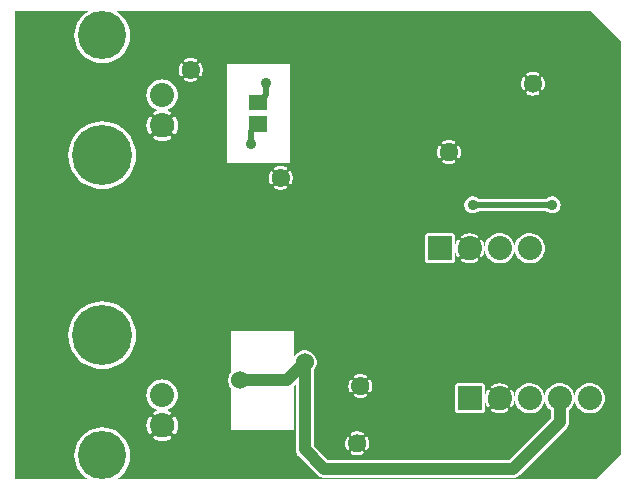
<source format=gbr>
G04 start of page 3 for group 1 idx 1 *
G04 Title: (unknown), bottom *
G04 Creator: pcb 20140316 *
G04 CreationDate: Wed 25 Mar 2015 11:47:28 AM GMT UTC *
G04 For: fosse *
G04 Format: Gerber/RS-274X *
G04 PCB-Dimensions (mil): 2170.00 1700.00 *
G04 PCB-Coordinate-Origin: lower left *
%MOIN*%
%FSLAX25Y25*%
%LNBOTTOM*%
%ADD36C,0.0320*%
%ADD35C,0.0790*%
%ADD34C,0.0350*%
%ADD33C,0.0600*%
%ADD32C,0.0360*%
%ADD31R,0.0512X0.0512*%
%ADD30C,0.1600*%
%ADD29C,0.2000*%
%ADD28C,0.0800*%
%ADD27C,0.0200*%
%ADD26C,0.0400*%
%ADD25C,0.0001*%
G54D25*G36*
X171246Y31361D02*X171464Y31736D01*
X171657Y32165D01*
X171808Y32609D01*
X171918Y33066D01*
X171983Y33531D01*
X171998Y33833D01*
X172046Y33215D01*
X172230Y32450D01*
X172531Y31723D01*
X172942Y31052D01*
X173454Y30454D01*
X174052Y29942D01*
X174723Y29531D01*
X175450Y29230D01*
X176215Y29046D01*
X177000Y28985D01*
X177785Y29046D01*
X178550Y29230D01*
X179277Y29531D01*
X179948Y29942D01*
X180546Y30454D01*
X181058Y31052D01*
X181469Y31723D01*
X181770Y32450D01*
X181954Y33215D01*
X181993Y33888D01*
X182046Y33215D01*
X182230Y32450D01*
X182531Y31723D01*
X182942Y31052D01*
X183454Y30454D01*
X184000Y29987D01*
Y27243D01*
X171246Y14488D01*
Y31361D01*
G37*
G36*
X181367Y163000D02*X197500D01*
X207500Y153000D01*
Y15500D01*
X199000Y7000D01*
X181367D01*
Y16124D01*
X189038Y23796D01*
X189128Y23872D01*
X189434Y24231D01*
X189435Y24231D01*
X189681Y24634D01*
X189862Y25070D01*
X189972Y25529D01*
X190009Y26000D01*
X190000Y26118D01*
Y29987D01*
X190546Y30454D01*
X191058Y31052D01*
X191469Y31723D01*
X191770Y32450D01*
X191954Y33215D01*
X191993Y33888D01*
X192046Y33215D01*
X192230Y32450D01*
X192531Y31723D01*
X192942Y31052D01*
X193454Y30454D01*
X194052Y29942D01*
X194723Y29531D01*
X195450Y29230D01*
X196215Y29046D01*
X197000Y28985D01*
X197785Y29046D01*
X198550Y29230D01*
X199277Y29531D01*
X199948Y29942D01*
X200546Y30454D01*
X201058Y31052D01*
X201469Y31723D01*
X201770Y32450D01*
X201954Y33215D01*
X202000Y34000D01*
X201954Y34785D01*
X201770Y35550D01*
X201469Y36277D01*
X201058Y36948D01*
X200546Y37546D01*
X199948Y38058D01*
X199277Y38469D01*
X198550Y38770D01*
X197785Y38954D01*
X197000Y39015D01*
X196215Y38954D01*
X195450Y38770D01*
X194723Y38469D01*
X194052Y38058D01*
X193454Y37546D01*
X192942Y36948D01*
X192531Y36277D01*
X192230Y35550D01*
X192046Y34785D01*
X191993Y34112D01*
X191954Y34785D01*
X191770Y35550D01*
X191469Y36277D01*
X191058Y36948D01*
X190546Y37546D01*
X189948Y38058D01*
X189277Y38469D01*
X188550Y38770D01*
X187785Y38954D01*
X187000Y39015D01*
X186215Y38954D01*
X185450Y38770D01*
X184723Y38469D01*
X184052Y38058D01*
X183454Y37546D01*
X182942Y36948D01*
X182531Y36277D01*
X182230Y35550D01*
X182046Y34785D01*
X181993Y34112D01*
X181954Y34785D01*
X181770Y35550D01*
X181469Y36277D01*
X181367Y36443D01*
Y81557D01*
X181469Y81723D01*
X181770Y82450D01*
X181954Y83215D01*
X182000Y84000D01*
X181954Y84785D01*
X181770Y85550D01*
X181469Y86277D01*
X181367Y86443D01*
Y96500D01*
X182530D01*
X182849Y96228D01*
X183225Y95997D01*
X183632Y95829D01*
X184061Y95726D01*
X184500Y95691D01*
X184939Y95726D01*
X185368Y95829D01*
X185775Y95997D01*
X186151Y96228D01*
X186486Y96514D01*
X186772Y96849D01*
X187003Y97225D01*
X187171Y97632D01*
X187274Y98061D01*
X187300Y98500D01*
X187274Y98939D01*
X187171Y99368D01*
X187003Y99775D01*
X186772Y100151D01*
X186486Y100486D01*
X186151Y100772D01*
X185775Y101003D01*
X185368Y101171D01*
X184939Y101274D01*
X184500Y101309D01*
X184061Y101274D01*
X183632Y101171D01*
X183225Y101003D01*
X182849Y100772D01*
X182530Y100500D01*
X181367D01*
Y136786D01*
X181370Y136787D01*
X181438Y136826D01*
X181500Y136875D01*
X181552Y136934D01*
X181594Y137000D01*
X181757Y137325D01*
X181886Y137665D01*
X181984Y138015D01*
X182050Y138373D01*
X182083Y138735D01*
Y139099D01*
X182050Y139461D01*
X181984Y139819D01*
X181886Y140169D01*
X181757Y140509D01*
X181598Y140836D01*
X181555Y140902D01*
X181502Y140961D01*
X181440Y141011D01*
X181371Y141050D01*
X181367Y141052D01*
Y163000D01*
G37*
G36*
Y86443D02*X181058Y86948D01*
X180546Y87546D01*
X179948Y88058D01*
X179277Y88469D01*
X178550Y88770D01*
X178085Y88882D01*
Y96500D01*
X181367D01*
Y86443D01*
G37*
G36*
Y36443D02*X181058Y36948D01*
X180546Y37546D01*
X179948Y38058D01*
X179277Y38469D01*
X178550Y38770D01*
X178085Y38882D01*
Y79118D01*
X178550Y79230D01*
X179277Y79531D01*
X179948Y79942D01*
X180546Y80454D01*
X181058Y81052D01*
X181367Y81557D01*
Y36443D01*
G37*
G36*
Y7000D02*X178085D01*
Y12842D01*
X181367Y16124D01*
Y7000D01*
G37*
G36*
X178085Y163000D02*X181367D01*
Y141052D01*
X181297Y141078D01*
X181220Y141094D01*
X181141Y141098D01*
X181062Y141090D01*
X180986Y141069D01*
X180913Y141037D01*
X180847Y140994D01*
X180788Y140941D01*
X180739Y140879D01*
X180699Y140810D01*
X180671Y140736D01*
X180655Y140659D01*
X180651Y140580D01*
X180659Y140501D01*
X180680Y140424D01*
X180714Y140353D01*
X180836Y140110D01*
X180933Y139855D01*
X181006Y139593D01*
X181055Y139325D01*
X181080Y139053D01*
Y138781D01*
X181055Y138509D01*
X181006Y138241D01*
X180933Y137979D01*
X180836Y137724D01*
X180716Y137480D01*
X180683Y137408D01*
X180662Y137332D01*
X180654Y137254D01*
X180658Y137176D01*
X180674Y137099D01*
X180702Y137025D01*
X180741Y136957D01*
X180791Y136896D01*
X180849Y136843D01*
X180915Y136800D01*
X180987Y136768D01*
X181063Y136747D01*
X181141Y136739D01*
X181219Y136743D01*
X181296Y136759D01*
X181367Y136786D01*
Y100500D01*
X178085D01*
Y134917D01*
X178265D01*
X178627Y134950D01*
X178985Y135016D01*
X179335Y135114D01*
X179675Y135243D01*
X180002Y135402D01*
X180068Y135445D01*
X180127Y135498D01*
X180177Y135560D01*
X180216Y135629D01*
X180244Y135703D01*
X180261Y135780D01*
X180265Y135859D01*
X180256Y135938D01*
X180235Y136014D01*
X180203Y136087D01*
X180160Y136153D01*
X180107Y136212D01*
X180045Y136261D01*
X179976Y136301D01*
X179902Y136329D01*
X179825Y136345D01*
X179746Y136349D01*
X179667Y136341D01*
X179591Y136320D01*
X179519Y136287D01*
X179276Y136164D01*
X179021Y136067D01*
X178759Y135994D01*
X178491Y135945D01*
X178219Y135920D01*
X178085D01*
Y141914D01*
X178219D01*
X178491Y141889D01*
X178759Y141840D01*
X179021Y141767D01*
X179276Y141670D01*
X179521Y141550D01*
X179592Y141517D01*
X179668Y141496D01*
X179746Y141488D01*
X179824Y141492D01*
X179901Y141508D01*
X179975Y141536D01*
X180043Y141575D01*
X180104Y141624D01*
X180157Y141683D01*
X180200Y141749D01*
X180232Y141821D01*
X180253Y141897D01*
X180261Y141975D01*
X180257Y142053D01*
X180241Y142130D01*
X180213Y142204D01*
X180174Y142272D01*
X180125Y142333D01*
X180066Y142386D01*
X180000Y142428D01*
X179675Y142591D01*
X179335Y142720D01*
X178985Y142818D01*
X178627Y142884D01*
X178265Y142917D01*
X178085D01*
Y163000D01*
G37*
G36*
Y88882D02*X177785Y88954D01*
X177000Y89015D01*
X176215Y88954D01*
X175450Y88770D01*
X174723Y88469D01*
X174052Y88058D01*
X173454Y87546D01*
X172942Y86948D01*
X172531Y86277D01*
X172230Y85550D01*
X172046Y84785D01*
X171993Y84112D01*
X171954Y84785D01*
X171770Y85550D01*
X171469Y86277D01*
X171246Y86641D01*
Y96500D01*
X178085D01*
Y88882D01*
G37*
G36*
Y38882D02*X177785Y38954D01*
X177000Y39015D01*
X176215Y38954D01*
X175450Y38770D01*
X174723Y38469D01*
X174052Y38058D01*
X173454Y37546D01*
X172942Y36948D01*
X172531Y36277D01*
X172230Y35550D01*
X172046Y34785D01*
X171998Y34167D01*
X171983Y34469D01*
X171918Y34934D01*
X171808Y35391D01*
X171657Y35835D01*
X171464Y36264D01*
X171246Y36649D01*
Y81359D01*
X171469Y81723D01*
X171770Y82450D01*
X171954Y83215D01*
X171993Y83888D01*
X172046Y83215D01*
X172230Y82450D01*
X172531Y81723D01*
X172942Y81052D01*
X173454Y80454D01*
X174052Y79942D01*
X174723Y79531D01*
X175450Y79230D01*
X176215Y79046D01*
X177000Y78985D01*
X177785Y79046D01*
X178085Y79118D01*
Y38882D01*
G37*
G36*
Y7000D02*X171246D01*
Y7500D01*
X171382D01*
X171500Y7491D01*
X171971Y7528D01*
X171971Y7528D01*
X172430Y7638D01*
X172866Y7819D01*
X173269Y8065D01*
X173628Y8372D01*
X173704Y8462D01*
X178085Y12842D01*
Y7000D01*
G37*
G36*
X174799Y163000D02*X178085D01*
Y142917D01*
X177901D01*
X177539Y142884D01*
X177181Y142818D01*
X176831Y142720D01*
X176491Y142591D01*
X176164Y142432D01*
X176098Y142389D01*
X176039Y142336D01*
X175990Y142274D01*
X175950Y142205D01*
X175922Y142131D01*
X175906Y142054D01*
X175902Y141975D01*
X175910Y141896D01*
X175931Y141820D01*
X175963Y141747D01*
X176006Y141681D01*
X176060Y141622D01*
X176121Y141573D01*
X176190Y141533D01*
X176264Y141505D01*
X176341Y141489D01*
X176420Y141485D01*
X176499Y141493D01*
X176576Y141514D01*
X176647Y141547D01*
X176890Y141670D01*
X177145Y141767D01*
X177408Y141840D01*
X177676Y141889D01*
X177947Y141914D01*
X178085D01*
Y135920D01*
X177947D01*
X177676Y135945D01*
X177408Y135994D01*
X177145Y136067D01*
X176890Y136164D01*
X176646Y136284D01*
X176575Y136317D01*
X176499Y136338D01*
X176420Y136346D01*
X176342Y136342D01*
X176265Y136326D01*
X176191Y136298D01*
X176123Y136259D01*
X176062Y136210D01*
X176009Y136151D01*
X175966Y136085D01*
X175934Y136013D01*
X175913Y135937D01*
X175905Y135859D01*
X175909Y135781D01*
X175925Y135704D01*
X175953Y135630D01*
X175992Y135562D01*
X176041Y135501D01*
X176100Y135448D01*
X176166Y135406D01*
X176491Y135243D01*
X176831Y135114D01*
X177181Y135016D01*
X177539Y134950D01*
X177901Y134917D01*
X178085D01*
Y100500D01*
X174799D01*
Y136782D01*
X174869Y136756D01*
X174946Y136740D01*
X175025Y136736D01*
X175104Y136744D01*
X175181Y136765D01*
X175253Y136797D01*
X175319Y136840D01*
X175378Y136893D01*
X175428Y136955D01*
X175467Y137024D01*
X175495Y137098D01*
X175511Y137175D01*
X175515Y137254D01*
X175507Y137333D01*
X175486Y137410D01*
X175453Y137481D01*
X175330Y137724D01*
X175233Y137979D01*
X175160Y138241D01*
X175111Y138509D01*
X175086Y138781D01*
Y139053D01*
X175111Y139325D01*
X175160Y139593D01*
X175233Y139855D01*
X175330Y140110D01*
X175450Y140354D01*
X175483Y140426D01*
X175504Y140502D01*
X175512Y140580D01*
X175508Y140658D01*
X175492Y140735D01*
X175464Y140809D01*
X175425Y140877D01*
X175376Y140938D01*
X175317Y140991D01*
X175251Y141034D01*
X175179Y141066D01*
X175104Y141087D01*
X175025Y141095D01*
X174947Y141091D01*
X174870Y141075D01*
X174799Y141048D01*
Y163000D01*
G37*
G36*
X171246D02*X174799D01*
Y141048D01*
X174796Y141047D01*
X174728Y141008D01*
X174667Y140959D01*
X174614Y140900D01*
X174572Y140834D01*
X174409Y140509D01*
X174280Y140169D01*
X174182Y139819D01*
X174116Y139461D01*
X174083Y139099D01*
Y138735D01*
X174116Y138373D01*
X174182Y138015D01*
X174280Y137665D01*
X174409Y137325D01*
X174569Y136998D01*
X174611Y136932D01*
X174664Y136873D01*
X174726Y136823D01*
X174795Y136784D01*
X174799Y136782D01*
Y100500D01*
X171246D01*
Y163000D01*
G37*
G36*
Y7000D02*X86500D01*
Y23500D01*
X98500D01*
Y38257D01*
X99000Y38757D01*
Y17118D01*
X98991Y17000D01*
X99028Y16529D01*
X99138Y16070D01*
X99319Y15634D01*
X99565Y15231D01*
X99566Y15231D01*
X99872Y14872D01*
X99962Y14796D01*
X106296Y8462D01*
X106372Y8372D01*
X106731Y8066D01*
X106731Y8065D01*
X107134Y7819D01*
X107570Y7638D01*
X108029Y7528D01*
X108500Y7491D01*
X108618Y7500D01*
X171246D01*
Y7000D01*
G37*
G36*
X167002Y78985D02*X167785Y79046D01*
X168550Y79230D01*
X169277Y79531D01*
X169948Y79942D01*
X170546Y80454D01*
X171058Y81052D01*
X171246Y81359D01*
Y36649D01*
X171232Y36672D01*
X171185Y36736D01*
X171128Y36792D01*
X171064Y36837D01*
X170992Y36872D01*
X170917Y36896D01*
X170838Y36907D01*
X170759Y36906D01*
X170680Y36893D01*
X170605Y36867D01*
X170535Y36830D01*
X170471Y36783D01*
X170416Y36726D01*
X170370Y36661D01*
X170335Y36590D01*
X170312Y36514D01*
X170300Y36435D01*
X170301Y36356D01*
X170315Y36278D01*
X170340Y36203D01*
X170379Y36133D01*
X170568Y35809D01*
X170721Y35467D01*
X170842Y35112D01*
X170930Y34746D01*
X170982Y34375D01*
X171000Y34000D01*
X170982Y33625D01*
X170930Y33254D01*
X170842Y32888D01*
X170721Y32533D01*
X170568Y32191D01*
X170382Y31865D01*
X170344Y31796D01*
X170319Y31721D01*
X170306Y31644D01*
X170305Y31565D01*
X170316Y31487D01*
X170339Y31412D01*
X170374Y31341D01*
X170419Y31277D01*
X170474Y31221D01*
X170537Y31173D01*
X170607Y31137D01*
X170681Y31112D01*
X170759Y31098D01*
X170838Y31097D01*
X170916Y31108D01*
X170991Y31132D01*
X171061Y31166D01*
X171126Y31212D01*
X171182Y31267D01*
X171228Y31331D01*
X171246Y31361D01*
Y14488D01*
X170257Y13500D01*
X167002D01*
Y28995D01*
X167469Y29017D01*
X167934Y29082D01*
X168391Y29192D01*
X168835Y29343D01*
X169264Y29536D01*
X169672Y29768D01*
X169736Y29815D01*
X169792Y29872D01*
X169837Y29936D01*
X169872Y30008D01*
X169896Y30083D01*
X169907Y30162D01*
X169906Y30241D01*
X169893Y30320D01*
X169867Y30395D01*
X169830Y30465D01*
X169783Y30529D01*
X169726Y30584D01*
X169661Y30630D01*
X169590Y30665D01*
X169514Y30688D01*
X169435Y30700D01*
X169356Y30699D01*
X169278Y30685D01*
X169203Y30660D01*
X169133Y30621D01*
X168809Y30432D01*
X168467Y30279D01*
X168112Y30158D01*
X167746Y30070D01*
X167375Y30018D01*
X167002Y30000D01*
Y38000D01*
X167375Y37982D01*
X167746Y37930D01*
X168112Y37842D01*
X168467Y37721D01*
X168809Y37568D01*
X169135Y37382D01*
X169204Y37344D01*
X169279Y37319D01*
X169356Y37306D01*
X169435Y37305D01*
X169513Y37316D01*
X169588Y37339D01*
X169659Y37374D01*
X169723Y37419D01*
X169779Y37474D01*
X169827Y37537D01*
X169863Y37607D01*
X169888Y37681D01*
X169902Y37759D01*
X169903Y37838D01*
X169892Y37916D01*
X169868Y37991D01*
X169834Y38061D01*
X169788Y38126D01*
X169733Y38182D01*
X169669Y38228D01*
X169264Y38464D01*
X168835Y38657D01*
X168391Y38808D01*
X167934Y38918D01*
X167469Y38983D01*
X167002Y39005D01*
Y78985D01*
G37*
G36*
Y96500D02*X171246D01*
Y86641D01*
X171058Y86948D01*
X170546Y87546D01*
X169948Y88058D01*
X169277Y88469D01*
X168550Y88770D01*
X167785Y88954D01*
X167002Y89015D01*
Y96500D01*
G37*
G36*
Y163000D02*X171246D01*
Y100500D01*
X167002D01*
Y163000D01*
G37*
G36*
X157002Y95883D02*X157132Y95829D01*
X157561Y95726D01*
X158000Y95691D01*
X158439Y95726D01*
X158868Y95829D01*
X159275Y95997D01*
X159651Y96228D01*
X159970Y96500D01*
X167002D01*
Y89015D01*
X167000Y89015D01*
X166215Y88954D01*
X165450Y88770D01*
X164723Y88469D01*
X164052Y88058D01*
X163454Y87546D01*
X162942Y86948D01*
X162531Y86277D01*
X162230Y85550D01*
X162046Y84785D01*
X161998Y84167D01*
X161983Y84469D01*
X161918Y84934D01*
X161808Y85391D01*
X161657Y85835D01*
X161464Y86264D01*
X161232Y86672D01*
X161185Y86736D01*
X161128Y86792D01*
X161064Y86837D01*
X160992Y86872D01*
X160917Y86896D01*
X160838Y86907D01*
X160759Y86906D01*
X160680Y86893D01*
X160605Y86867D01*
X160535Y86830D01*
X160471Y86783D01*
X160416Y86726D01*
X160370Y86661D01*
X160335Y86590D01*
X160312Y86514D01*
X160300Y86435D01*
X160301Y86356D01*
X160315Y86278D01*
X160340Y86203D01*
X160379Y86133D01*
X160568Y85809D01*
X160721Y85467D01*
X160842Y85112D01*
X160930Y84746D01*
X160982Y84375D01*
X161000Y84000D01*
X160982Y83625D01*
X160930Y83254D01*
X160842Y82888D01*
X160721Y82533D01*
X160568Y82191D01*
X160382Y81865D01*
X160344Y81796D01*
X160319Y81721D01*
X160306Y81644D01*
X160305Y81565D01*
X160316Y81487D01*
X160339Y81412D01*
X160374Y81341D01*
X160419Y81277D01*
X160474Y81221D01*
X160537Y81173D01*
X160607Y81137D01*
X160681Y81112D01*
X160759Y81098D01*
X160838Y81097D01*
X160916Y81108D01*
X160991Y81132D01*
X161061Y81166D01*
X161126Y81212D01*
X161182Y81267D01*
X161228Y81331D01*
X161464Y81736D01*
X161657Y82165D01*
X161808Y82609D01*
X161918Y83066D01*
X161983Y83531D01*
X161998Y83833D01*
X162046Y83215D01*
X162230Y82450D01*
X162531Y81723D01*
X162942Y81052D01*
X163454Y80454D01*
X164052Y79942D01*
X164723Y79531D01*
X165450Y79230D01*
X166215Y79046D01*
X167000Y78985D01*
X167002Y78985D01*
Y39005D01*
X167000Y39006D01*
X166531Y38983D01*
X166066Y38918D01*
X165609Y38808D01*
X165165Y38657D01*
X164736Y38464D01*
X164328Y38232D01*
X164264Y38185D01*
X164208Y38128D01*
X164163Y38064D01*
X164128Y37992D01*
X164104Y37917D01*
X164093Y37838D01*
X164094Y37759D01*
X164107Y37680D01*
X164133Y37605D01*
X164170Y37535D01*
X164217Y37471D01*
X164274Y37416D01*
X164339Y37370D01*
X164410Y37335D01*
X164486Y37312D01*
X164565Y37300D01*
X164644Y37301D01*
X164722Y37315D01*
X164797Y37340D01*
X164867Y37379D01*
X165191Y37568D01*
X165533Y37721D01*
X165888Y37842D01*
X166254Y37930D01*
X166625Y37982D01*
X167000Y38000D01*
X167002Y38000D01*
Y30000D01*
X167000Y30000D01*
X166625Y30018D01*
X166254Y30070D01*
X165888Y30158D01*
X165533Y30279D01*
X165191Y30432D01*
X164864Y30618D01*
X164796Y30656D01*
X164721Y30681D01*
X164644Y30694D01*
X164565Y30695D01*
X164487Y30684D01*
X164412Y30661D01*
X164341Y30626D01*
X164277Y30581D01*
X164221Y30526D01*
X164173Y30463D01*
X164137Y30393D01*
X164112Y30319D01*
X164098Y30241D01*
X164097Y30162D01*
X164108Y30084D01*
X164132Y30009D01*
X164166Y29939D01*
X164212Y29874D01*
X164267Y29818D01*
X164331Y29772D01*
X164736Y29536D01*
X165165Y29343D01*
X165609Y29192D01*
X166066Y29082D01*
X166531Y29017D01*
X167000Y28994D01*
X167002Y28995D01*
Y13500D01*
X157002D01*
Y29005D01*
X161157Y29009D01*
X161310Y29046D01*
X161455Y29106D01*
X161590Y29188D01*
X161709Y29291D01*
X161812Y29410D01*
X161894Y29545D01*
X161954Y29690D01*
X161991Y29843D01*
X162000Y30000D01*
X161995Y33979D01*
X162017Y33531D01*
X162082Y33066D01*
X162192Y32609D01*
X162343Y32165D01*
X162536Y31736D01*
X162768Y31328D01*
X162815Y31264D01*
X162872Y31208D01*
X162936Y31163D01*
X163008Y31128D01*
X163083Y31104D01*
X163162Y31093D01*
X163241Y31094D01*
X163320Y31107D01*
X163395Y31133D01*
X163465Y31170D01*
X163529Y31217D01*
X163584Y31274D01*
X163630Y31339D01*
X163665Y31410D01*
X163688Y31486D01*
X163700Y31565D01*
X163699Y31644D01*
X163685Y31722D01*
X163660Y31797D01*
X163621Y31867D01*
X163432Y32191D01*
X163279Y32533D01*
X163158Y32888D01*
X163070Y33254D01*
X163018Y33625D01*
X163000Y34000D01*
X163018Y34375D01*
X163070Y34746D01*
X163158Y35112D01*
X163279Y35467D01*
X163432Y35809D01*
X163618Y36136D01*
X163656Y36204D01*
X163681Y36279D01*
X163694Y36356D01*
X163695Y36435D01*
X163684Y36513D01*
X163661Y36588D01*
X163626Y36659D01*
X163581Y36723D01*
X163526Y36779D01*
X163463Y36827D01*
X163393Y36863D01*
X163319Y36888D01*
X163241Y36902D01*
X163162Y36903D01*
X163084Y36892D01*
X163009Y36868D01*
X162939Y36834D01*
X162874Y36788D01*
X162818Y36733D01*
X162772Y36669D01*
X162536Y36264D01*
X162343Y35835D01*
X162192Y35391D01*
X162082Y34934D01*
X162017Y34469D01*
X161995Y34020D01*
X161991Y38157D01*
X161954Y38310D01*
X161894Y38455D01*
X161812Y38590D01*
X161709Y38709D01*
X161590Y38812D01*
X161455Y38894D01*
X161310Y38954D01*
X161157Y38991D01*
X161000Y39000D01*
X157002Y38995D01*
Y78995D01*
X157469Y79017D01*
X157934Y79082D01*
X158391Y79192D01*
X158835Y79343D01*
X159264Y79536D01*
X159672Y79768D01*
X159736Y79815D01*
X159792Y79872D01*
X159837Y79936D01*
X159872Y80008D01*
X159896Y80083D01*
X159907Y80162D01*
X159906Y80241D01*
X159893Y80320D01*
X159867Y80395D01*
X159830Y80465D01*
X159783Y80529D01*
X159726Y80584D01*
X159661Y80630D01*
X159590Y80665D01*
X159514Y80688D01*
X159435Y80700D01*
X159356Y80699D01*
X159278Y80685D01*
X159203Y80660D01*
X159133Y80621D01*
X158809Y80432D01*
X158467Y80279D01*
X158112Y80158D01*
X157746Y80070D01*
X157375Y80018D01*
X157002Y80000D01*
Y88000D01*
X157375Y87982D01*
X157746Y87930D01*
X158112Y87842D01*
X158467Y87721D01*
X158809Y87568D01*
X159135Y87382D01*
X159204Y87344D01*
X159279Y87319D01*
X159356Y87306D01*
X159435Y87305D01*
X159513Y87316D01*
X159588Y87339D01*
X159659Y87374D01*
X159723Y87419D01*
X159779Y87474D01*
X159827Y87537D01*
X159863Y87607D01*
X159888Y87681D01*
X159902Y87759D01*
X159903Y87838D01*
X159892Y87916D01*
X159868Y87991D01*
X159834Y88061D01*
X159788Y88126D01*
X159733Y88182D01*
X159669Y88228D01*
X159264Y88464D01*
X158835Y88657D01*
X158391Y88808D01*
X157934Y88918D01*
X157469Y88983D01*
X157002Y89005D01*
Y95883D01*
G37*
G36*
Y163000D02*X167002D01*
Y100500D01*
X159970D01*
X159651Y100772D01*
X159275Y101003D01*
X158868Y101171D01*
X158439Y101274D01*
X158000Y101309D01*
X157561Y101274D01*
X157132Y101171D01*
X157002Y101117D01*
Y163000D01*
G37*
G36*
Y13500D02*X153367D01*
Y29000D01*
X157002Y29005D01*
Y13500D01*
G37*
G36*
X153367Y163000D02*X157002D01*
Y101117D01*
X156725Y101003D01*
X156349Y100772D01*
X156014Y100486D01*
X155728Y100151D01*
X155497Y99775D01*
X155329Y99368D01*
X155226Y98939D01*
X155191Y98500D01*
X155226Y98061D01*
X155329Y97632D01*
X155497Y97225D01*
X155728Y96849D01*
X156014Y96514D01*
X156349Y96228D01*
X156725Y95997D01*
X157002Y95883D01*
Y89005D01*
X157000Y89006D01*
X156531Y88983D01*
X156066Y88918D01*
X155609Y88808D01*
X155165Y88657D01*
X154736Y88464D01*
X154328Y88232D01*
X154264Y88185D01*
X154208Y88128D01*
X154163Y88064D01*
X154128Y87992D01*
X154104Y87917D01*
X154093Y87838D01*
X154094Y87759D01*
X154107Y87680D01*
X154133Y87605D01*
X154170Y87535D01*
X154217Y87471D01*
X154274Y87416D01*
X154339Y87370D01*
X154410Y87335D01*
X154486Y87312D01*
X154565Y87300D01*
X154644Y87301D01*
X154722Y87315D01*
X154797Y87340D01*
X154867Y87379D01*
X155191Y87568D01*
X155533Y87721D01*
X155888Y87842D01*
X156254Y87930D01*
X156625Y87982D01*
X157000Y88000D01*
X157002Y88000D01*
Y80000D01*
X157000Y80000D01*
X156625Y80018D01*
X156254Y80070D01*
X155888Y80158D01*
X155533Y80279D01*
X155191Y80432D01*
X154864Y80618D01*
X154796Y80656D01*
X154721Y80681D01*
X154644Y80694D01*
X154565Y80695D01*
X154487Y80684D01*
X154412Y80661D01*
X154341Y80626D01*
X154277Y80581D01*
X154221Y80526D01*
X154173Y80463D01*
X154137Y80393D01*
X154112Y80319D01*
X154098Y80241D01*
X154097Y80162D01*
X154108Y80084D01*
X154132Y80009D01*
X154166Y79939D01*
X154212Y79874D01*
X154267Y79818D01*
X154331Y79772D01*
X154736Y79536D01*
X155165Y79343D01*
X155609Y79192D01*
X156066Y79082D01*
X156531Y79017D01*
X157000Y78994D01*
X157002Y78995D01*
Y38995D01*
X153367Y38991D01*
Y81123D01*
X153395Y81133D01*
X153465Y81170D01*
X153529Y81217D01*
X153584Y81274D01*
X153630Y81339D01*
X153665Y81410D01*
X153688Y81486D01*
X153700Y81565D01*
X153699Y81644D01*
X153685Y81722D01*
X153660Y81797D01*
X153621Y81867D01*
X153432Y82191D01*
X153367Y82337D01*
Y85663D01*
X153432Y85809D01*
X153618Y86136D01*
X153656Y86204D01*
X153681Y86279D01*
X153694Y86356D01*
X153695Y86435D01*
X153684Y86513D01*
X153661Y86588D01*
X153626Y86659D01*
X153581Y86723D01*
X153526Y86779D01*
X153463Y86827D01*
X153393Y86863D01*
X153367Y86872D01*
Y113952D01*
X153370Y113953D01*
X153438Y113992D01*
X153500Y114041D01*
X153552Y114100D01*
X153594Y114166D01*
X153757Y114491D01*
X153886Y114831D01*
X153984Y115181D01*
X154050Y115539D01*
X154083Y115901D01*
Y116265D01*
X154050Y116627D01*
X153984Y116985D01*
X153886Y117335D01*
X153757Y117675D01*
X153598Y118002D01*
X153555Y118068D01*
X153502Y118127D01*
X153440Y118177D01*
X153371Y118216D01*
X153367Y118218D01*
Y163000D01*
G37*
G36*
Y82337D02*X153279Y82533D01*
X153158Y82888D01*
X153070Y83254D01*
X153018Y83625D01*
X153000Y84000D01*
X153018Y84375D01*
X153070Y84746D01*
X153158Y85112D01*
X153279Y85467D01*
X153367Y85663D01*
Y82337D01*
G37*
G36*
Y13500D02*X150085D01*
Y79008D01*
X151157Y79009D01*
X151310Y79046D01*
X151455Y79106D01*
X151590Y79188D01*
X151709Y79291D01*
X151812Y79410D01*
X151894Y79545D01*
X151954Y79690D01*
X151991Y79843D01*
X152000Y80000D01*
X151995Y83979D01*
X152017Y83531D01*
X152082Y83066D01*
X152192Y82609D01*
X152343Y82165D01*
X152536Y81736D01*
X152768Y81328D01*
X152815Y81264D01*
X152872Y81208D01*
X152936Y81163D01*
X153008Y81128D01*
X153083Y81104D01*
X153162Y81093D01*
X153241Y81094D01*
X153320Y81107D01*
X153367Y81123D01*
Y38991D01*
X152843Y38991D01*
X152690Y38954D01*
X152545Y38894D01*
X152410Y38812D01*
X152291Y38709D01*
X152188Y38590D01*
X152106Y38455D01*
X152046Y38310D01*
X152009Y38157D01*
X152000Y38000D01*
X152009Y29843D01*
X152046Y29690D01*
X152106Y29545D01*
X152188Y29410D01*
X152291Y29291D01*
X152410Y29188D01*
X152545Y29106D01*
X152690Y29046D01*
X152843Y29009D01*
X153000Y29000D01*
X153367Y29000D01*
Y13500D01*
G37*
G36*
X150085Y163000D02*X153367D01*
Y118218D01*
X153297Y118244D01*
X153220Y118260D01*
X153141Y118264D01*
X153062Y118256D01*
X152986Y118235D01*
X152913Y118203D01*
X152847Y118160D01*
X152788Y118107D01*
X152739Y118045D01*
X152699Y117976D01*
X152671Y117902D01*
X152655Y117825D01*
X152651Y117746D01*
X152659Y117667D01*
X152680Y117590D01*
X152714Y117519D01*
X152836Y117276D01*
X152933Y117021D01*
X153006Y116759D01*
X153055Y116491D01*
X153080Y116219D01*
Y115947D01*
X153055Y115675D01*
X153006Y115407D01*
X152933Y115145D01*
X152836Y114890D01*
X152716Y114646D01*
X152683Y114574D01*
X152662Y114498D01*
X152654Y114420D01*
X152658Y114342D01*
X152674Y114265D01*
X152702Y114191D01*
X152741Y114123D01*
X152791Y114062D01*
X152849Y114009D01*
X152915Y113966D01*
X152987Y113934D01*
X153063Y113913D01*
X153141Y113905D01*
X153219Y113909D01*
X153296Y113925D01*
X153367Y113952D01*
Y86872D01*
X153319Y86888D01*
X153241Y86902D01*
X153162Y86903D01*
X153084Y86892D01*
X153009Y86868D01*
X152939Y86834D01*
X152874Y86788D01*
X152818Y86733D01*
X152772Y86669D01*
X152536Y86264D01*
X152343Y85835D01*
X152192Y85391D01*
X152082Y84934D01*
X152017Y84469D01*
X151995Y84020D01*
X151991Y88157D01*
X151954Y88310D01*
X151894Y88455D01*
X151812Y88590D01*
X151709Y88709D01*
X151590Y88812D01*
X151455Y88894D01*
X151310Y88954D01*
X151157Y88991D01*
X151000Y89000D01*
X150085Y88999D01*
Y112083D01*
X150265D01*
X150627Y112116D01*
X150985Y112182D01*
X151335Y112280D01*
X151675Y112409D01*
X152002Y112568D01*
X152068Y112611D01*
X152127Y112664D01*
X152177Y112726D01*
X152216Y112795D01*
X152244Y112869D01*
X152261Y112946D01*
X152265Y113025D01*
X152256Y113104D01*
X152235Y113180D01*
X152203Y113253D01*
X152160Y113319D01*
X152107Y113378D01*
X152045Y113427D01*
X151976Y113467D01*
X151902Y113495D01*
X151825Y113511D01*
X151746Y113515D01*
X151667Y113507D01*
X151591Y113486D01*
X151519Y113453D01*
X151276Y113330D01*
X151021Y113233D01*
X150759Y113160D01*
X150491Y113111D01*
X150219Y113086D01*
X150085D01*
Y119080D01*
X150219D01*
X150491Y119055D01*
X150759Y119006D01*
X151021Y118933D01*
X151276Y118836D01*
X151521Y118716D01*
X151592Y118683D01*
X151668Y118662D01*
X151746Y118654D01*
X151824Y118658D01*
X151901Y118674D01*
X151975Y118702D01*
X152043Y118741D01*
X152104Y118790D01*
X152157Y118849D01*
X152200Y118915D01*
X152232Y118987D01*
X152253Y119063D01*
X152261Y119141D01*
X152257Y119219D01*
X152241Y119296D01*
X152213Y119370D01*
X152174Y119438D01*
X152125Y119499D01*
X152066Y119552D01*
X152000Y119594D01*
X151675Y119757D01*
X151335Y119886D01*
X150985Y119984D01*
X150627Y120050D01*
X150265Y120083D01*
X150085D01*
Y163000D01*
G37*
G36*
X146799Y79004D02*X150085Y79008D01*
Y13500D01*
X146799D01*
Y79004D01*
G37*
G36*
Y163000D02*X150085D01*
Y120083D01*
X149901D01*
X149539Y120050D01*
X149181Y119984D01*
X148831Y119886D01*
X148491Y119757D01*
X148164Y119598D01*
X148098Y119555D01*
X148039Y119502D01*
X147990Y119440D01*
X147950Y119371D01*
X147922Y119297D01*
X147906Y119220D01*
X147902Y119141D01*
X147910Y119062D01*
X147931Y118986D01*
X147963Y118913D01*
X148006Y118847D01*
X148060Y118788D01*
X148121Y118739D01*
X148190Y118699D01*
X148264Y118671D01*
X148341Y118655D01*
X148420Y118651D01*
X148499Y118659D01*
X148576Y118680D01*
X148647Y118713D01*
X148890Y118836D01*
X149145Y118933D01*
X149408Y119006D01*
X149676Y119055D01*
X149947Y119080D01*
X150085D01*
Y113086D01*
X149947D01*
X149676Y113111D01*
X149408Y113160D01*
X149145Y113233D01*
X148890Y113330D01*
X148646Y113450D01*
X148575Y113483D01*
X148499Y113504D01*
X148420Y113512D01*
X148342Y113508D01*
X148265Y113492D01*
X148191Y113464D01*
X148123Y113425D01*
X148062Y113376D01*
X148009Y113317D01*
X147966Y113251D01*
X147934Y113179D01*
X147913Y113103D01*
X147905Y113025D01*
X147909Y112947D01*
X147925Y112870D01*
X147953Y112796D01*
X147992Y112728D01*
X148041Y112667D01*
X148100Y112614D01*
X148166Y112572D01*
X148491Y112409D01*
X148831Y112280D01*
X149181Y112182D01*
X149539Y112116D01*
X149901Y112083D01*
X150085D01*
Y88999D01*
X146799Y88995D01*
Y113948D01*
X146869Y113922D01*
X146946Y113906D01*
X147025Y113902D01*
X147104Y113910D01*
X147181Y113931D01*
X147253Y113963D01*
X147319Y114006D01*
X147378Y114059D01*
X147428Y114121D01*
X147467Y114190D01*
X147495Y114264D01*
X147511Y114341D01*
X147515Y114420D01*
X147507Y114499D01*
X147486Y114576D01*
X147453Y114647D01*
X147330Y114890D01*
X147233Y115145D01*
X147160Y115407D01*
X147111Y115675D01*
X147086Y115947D01*
Y116219D01*
X147111Y116491D01*
X147160Y116759D01*
X147233Y117021D01*
X147330Y117276D01*
X147450Y117520D01*
X147483Y117592D01*
X147504Y117668D01*
X147512Y117746D01*
X147508Y117824D01*
X147492Y117901D01*
X147464Y117975D01*
X147425Y118043D01*
X147376Y118104D01*
X147317Y118157D01*
X147251Y118200D01*
X147179Y118232D01*
X147104Y118253D01*
X147025Y118261D01*
X146947Y118257D01*
X146870Y118241D01*
X146799Y118214D01*
Y163000D01*
G37*
G36*
X123879D02*X146799D01*
Y118214D01*
X146796Y118213D01*
X146728Y118174D01*
X146667Y118125D01*
X146614Y118066D01*
X146572Y118000D01*
X146409Y117675D01*
X146280Y117335D01*
X146182Y116985D01*
X146116Y116627D01*
X146083Y116265D01*
Y115901D01*
X146116Y115539D01*
X146182Y115181D01*
X146280Y114831D01*
X146409Y114491D01*
X146569Y114164D01*
X146611Y114098D01*
X146664Y114039D01*
X146726Y113989D01*
X146795Y113950D01*
X146799Y113948D01*
Y88995D01*
X142843Y88991D01*
X142690Y88954D01*
X142545Y88894D01*
X142410Y88812D01*
X142291Y88709D01*
X142188Y88590D01*
X142106Y88455D01*
X142046Y88310D01*
X142009Y88157D01*
X142000Y88000D01*
X142009Y79843D01*
X142046Y79690D01*
X142106Y79545D01*
X142188Y79410D01*
X142291Y79291D01*
X142410Y79188D01*
X142545Y79106D01*
X142690Y79046D01*
X142843Y79009D01*
X143000Y79000D01*
X146799Y79004D01*
Y13500D01*
X123879D01*
Y35964D01*
X123882Y35965D01*
X123950Y36004D01*
X124011Y36053D01*
X124064Y36112D01*
X124106Y36178D01*
X124269Y36503D01*
X124398Y36843D01*
X124496Y37193D01*
X124562Y37551D01*
X124595Y37913D01*
Y38277D01*
X124562Y38639D01*
X124496Y38997D01*
X124398Y39347D01*
X124269Y39687D01*
X124109Y40013D01*
X124067Y40080D01*
X124013Y40139D01*
X123952Y40188D01*
X123883Y40228D01*
X123879Y40230D01*
Y163000D01*
G37*
G36*
X122784D02*X123879D01*
Y40230D01*
X123809Y40256D01*
X123732Y40272D01*
X123653Y40276D01*
X123574Y40268D01*
X123497Y40247D01*
X123425Y40215D01*
X123359Y40172D01*
X123300Y40118D01*
X123250Y40057D01*
X123211Y39988D01*
X123183Y39914D01*
X123166Y39837D01*
X123163Y39758D01*
X123171Y39679D01*
X123192Y39602D01*
X123225Y39531D01*
X123348Y39288D01*
X123444Y39033D01*
X123518Y38770D01*
X123567Y38502D01*
X123592Y38231D01*
Y37959D01*
X123567Y37687D01*
X123518Y37419D01*
X123444Y37157D01*
X123348Y36902D01*
X123228Y36657D01*
X123195Y36586D01*
X123174Y36510D01*
X123166Y36432D01*
X123170Y36354D01*
X123186Y36277D01*
X123214Y36203D01*
X123253Y36135D01*
X123302Y36073D01*
X123361Y36021D01*
X123427Y35978D01*
X123498Y35945D01*
X123574Y35925D01*
X123653Y35917D01*
X123731Y35920D01*
X123808Y35937D01*
X123879Y35964D01*
Y13500D01*
X122784D01*
Y16869D01*
X122787Y16870D01*
X122855Y16909D01*
X122916Y16958D01*
X122969Y17017D01*
X123011Y17083D01*
X123174Y17408D01*
X123303Y17748D01*
X123401Y18098D01*
X123467Y18456D01*
X123500Y18818D01*
Y19182D01*
X123467Y19544D01*
X123401Y19902D01*
X123303Y20252D01*
X123174Y20592D01*
X123015Y20919D01*
X122972Y20985D01*
X122919Y21044D01*
X122857Y21094D01*
X122788Y21133D01*
X122784Y21135D01*
Y163000D01*
G37*
G36*
X119502D02*X122784D01*
Y21135D01*
X122714Y21161D01*
X122637Y21177D01*
X122558Y21181D01*
X122479Y21173D01*
X122403Y21152D01*
X122330Y21120D01*
X122264Y21077D01*
X122205Y21024D01*
X122156Y20962D01*
X122116Y20893D01*
X122088Y20819D01*
X122072Y20742D01*
X122068Y20663D01*
X122076Y20584D01*
X122097Y20507D01*
X122130Y20436D01*
X122253Y20193D01*
X122350Y19938D01*
X122423Y19676D01*
X122472Y19408D01*
X122497Y19136D01*
Y18864D01*
X122472Y18592D01*
X122423Y18324D01*
X122350Y18062D01*
X122253Y17807D01*
X122133Y17563D01*
X122100Y17491D01*
X122079Y17416D01*
X122071Y17337D01*
X122075Y17259D01*
X122091Y17182D01*
X122119Y17108D01*
X122158Y17040D01*
X122207Y16979D01*
X122266Y16926D01*
X122332Y16883D01*
X122404Y16851D01*
X122480Y16830D01*
X122558Y16822D01*
X122636Y16826D01*
X122713Y16842D01*
X122784Y16869D01*
Y13500D01*
X119502D01*
Y15000D01*
X119682D01*
X120044Y15033D01*
X120402Y15099D01*
X120752Y15197D01*
X121092Y15326D01*
X121419Y15485D01*
X121485Y15528D01*
X121544Y15581D01*
X121594Y15643D01*
X121633Y15712D01*
X121661Y15786D01*
X121677Y15863D01*
X121681Y15942D01*
X121673Y16021D01*
X121652Y16097D01*
X121620Y16170D01*
X121577Y16236D01*
X121524Y16295D01*
X121462Y16344D01*
X121393Y16384D01*
X121319Y16412D01*
X121242Y16428D01*
X121163Y16432D01*
X121084Y16424D01*
X121007Y16403D01*
X120936Y16370D01*
X120693Y16247D01*
X120438Y16150D01*
X120176Y16077D01*
X119908Y16028D01*
X119636Y16003D01*
X119502D01*
Y21997D01*
X119636D01*
X119908Y21972D01*
X120176Y21923D01*
X120438Y21850D01*
X120693Y21753D01*
X120937Y21633D01*
X121009Y21600D01*
X121084Y21579D01*
X121163Y21571D01*
X121241Y21575D01*
X121318Y21591D01*
X121392Y21619D01*
X121460Y21658D01*
X121521Y21707D01*
X121574Y21766D01*
X121617Y21832D01*
X121649Y21904D01*
X121670Y21980D01*
X121678Y22058D01*
X121674Y22136D01*
X121658Y22213D01*
X121630Y22287D01*
X121591Y22355D01*
X121542Y22416D01*
X121483Y22469D01*
X121417Y22511D01*
X121092Y22674D01*
X120752Y22803D01*
X120402Y22901D01*
X120044Y22967D01*
X119682Y23000D01*
X119502D01*
Y34247D01*
X119693Y34194D01*
X120051Y34128D01*
X120413Y34095D01*
X120777D01*
X121139Y34128D01*
X121497Y34194D01*
X121847Y34291D01*
X122187Y34421D01*
X122513Y34580D01*
X122580Y34623D01*
X122639Y34676D01*
X122688Y34738D01*
X122728Y34807D01*
X122756Y34881D01*
X122772Y34958D01*
X122776Y35037D01*
X122768Y35116D01*
X122747Y35192D01*
X122715Y35265D01*
X122672Y35331D01*
X122618Y35390D01*
X122557Y35439D01*
X122488Y35479D01*
X122414Y35507D01*
X122337Y35523D01*
X122258Y35527D01*
X122179Y35519D01*
X122102Y35498D01*
X122031Y35464D01*
X121787Y35342D01*
X121533Y35245D01*
X121270Y35172D01*
X121002Y35123D01*
X120731Y35098D01*
X120459D01*
X120187Y35123D01*
X119919Y35172D01*
X119657Y35245D01*
X119502Y35304D01*
Y40885D01*
X119657Y40944D01*
X119919Y41018D01*
X120187Y41067D01*
X120459Y41092D01*
X120731D01*
X121002Y41067D01*
X121270Y41018D01*
X121533Y40944D01*
X121787Y40848D01*
X122032Y40728D01*
X122103Y40695D01*
X122179Y40674D01*
X122258Y40666D01*
X122336Y40670D01*
X122413Y40686D01*
X122487Y40714D01*
X122555Y40753D01*
X122616Y40802D01*
X122669Y40861D01*
X122712Y40927D01*
X122744Y40998D01*
X122765Y41074D01*
X122773Y41153D01*
X122769Y41231D01*
X122753Y41308D01*
X122725Y41382D01*
X122686Y41450D01*
X122636Y41511D01*
X122578Y41564D01*
X122511Y41606D01*
X122187Y41769D01*
X121847Y41898D01*
X121497Y41996D01*
X121139Y42062D01*
X120777Y42095D01*
X120413D01*
X120051Y42062D01*
X119693Y41996D01*
X119502Y41943D01*
Y163000D01*
G37*
G36*
X117311D02*X119502D01*
Y41943D01*
X119343Y41898D01*
X119003Y41769D01*
X118676Y41609D01*
X118610Y41567D01*
X118551Y41514D01*
X118501Y41452D01*
X118462Y41383D01*
X118434Y41309D01*
X118417Y41232D01*
X118413Y41153D01*
X118422Y41074D01*
X118443Y40997D01*
X118475Y40925D01*
X118518Y40859D01*
X118571Y40800D01*
X118633Y40750D01*
X118702Y40711D01*
X118776Y40683D01*
X118853Y40666D01*
X118932Y40663D01*
X119011Y40671D01*
X119087Y40692D01*
X119159Y40725D01*
X119402Y40848D01*
X119502Y40885D01*
Y35304D01*
X119402Y35342D01*
X119157Y35462D01*
X119086Y35495D01*
X119010Y35516D01*
X118932Y35524D01*
X118854Y35520D01*
X118777Y35504D01*
X118703Y35476D01*
X118635Y35437D01*
X118573Y35387D01*
X118521Y35329D01*
X118478Y35263D01*
X118445Y35191D01*
X118425Y35115D01*
X118417Y35037D01*
X118420Y34958D01*
X118437Y34881D01*
X118465Y34808D01*
X118504Y34740D01*
X118553Y34678D01*
X118612Y34626D01*
X118678Y34584D01*
X119003Y34421D01*
X119343Y34291D01*
X119502Y34247D01*
Y23000D01*
X119318D01*
X118956Y22967D01*
X118598Y22901D01*
X118248Y22803D01*
X117908Y22674D01*
X117581Y22515D01*
X117515Y22472D01*
X117456Y22419D01*
X117406Y22357D01*
X117367Y22288D01*
X117339Y22214D01*
X117323Y22137D01*
X117319Y22058D01*
X117327Y21979D01*
X117348Y21903D01*
X117380Y21830D01*
X117423Y21764D01*
X117476Y21705D01*
X117538Y21656D01*
X117607Y21616D01*
X117681Y21588D01*
X117758Y21572D01*
X117837Y21568D01*
X117916Y21576D01*
X117993Y21597D01*
X118064Y21630D01*
X118307Y21753D01*
X118562Y21850D01*
X118824Y21923D01*
X119092Y21972D01*
X119364Y21997D01*
X119502D01*
Y16003D01*
X119364D01*
X119092Y16028D01*
X118824Y16077D01*
X118562Y16150D01*
X118307Y16247D01*
X118063Y16367D01*
X117991Y16400D01*
X117915Y16421D01*
X117837Y16429D01*
X117759Y16425D01*
X117682Y16409D01*
X117608Y16381D01*
X117540Y16342D01*
X117479Y16293D01*
X117426Y16234D01*
X117383Y16168D01*
X117351Y16096D01*
X117330Y16020D01*
X117322Y15942D01*
X117326Y15864D01*
X117342Y15787D01*
X117370Y15713D01*
X117409Y15645D01*
X117458Y15584D01*
X117517Y15531D01*
X117583Y15489D01*
X117908Y15326D01*
X118248Y15197D01*
X118598Y15099D01*
X118956Y15033D01*
X119318Y15000D01*
X119502D01*
Y13500D01*
X117311D01*
Y35960D01*
X117381Y35934D01*
X117458Y35917D01*
X117537Y35913D01*
X117616Y35922D01*
X117692Y35943D01*
X117765Y35975D01*
X117831Y36018D01*
X117890Y36071D01*
X117939Y36133D01*
X117979Y36202D01*
X118007Y36276D01*
X118023Y36353D01*
X118027Y36432D01*
X118019Y36511D01*
X117998Y36587D01*
X117964Y36659D01*
X117842Y36902D01*
X117745Y37157D01*
X117672Y37419D01*
X117623Y37687D01*
X117598Y37959D01*
Y38231D01*
X117623Y38502D01*
X117672Y38770D01*
X117745Y39033D01*
X117842Y39288D01*
X117962Y39532D01*
X117995Y39603D01*
X118016Y39679D01*
X118024Y39758D01*
X118020Y39836D01*
X118004Y39913D01*
X117976Y39987D01*
X117937Y40055D01*
X117887Y40116D01*
X117829Y40169D01*
X117763Y40212D01*
X117691Y40244D01*
X117615Y40265D01*
X117537Y40273D01*
X117458Y40269D01*
X117381Y40253D01*
X117311Y40226D01*
Y163000D01*
G37*
G36*
X116216D02*X117311D01*
Y40226D01*
X117308Y40225D01*
X117240Y40186D01*
X117178Y40136D01*
X117126Y40078D01*
X117084Y40011D01*
X116921Y39687D01*
X116791Y39347D01*
X116694Y38997D01*
X116628Y38639D01*
X116595Y38277D01*
Y37913D01*
X116628Y37551D01*
X116694Y37193D01*
X116791Y36843D01*
X116921Y36503D01*
X117080Y36176D01*
X117123Y36110D01*
X117176Y36051D01*
X117238Y36001D01*
X117307Y35962D01*
X117311Y35960D01*
Y13500D01*
X116216D01*
Y16865D01*
X116286Y16839D01*
X116363Y16823D01*
X116442Y16819D01*
X116521Y16827D01*
X116597Y16848D01*
X116670Y16880D01*
X116736Y16923D01*
X116795Y16976D01*
X116844Y17038D01*
X116884Y17107D01*
X116912Y17181D01*
X116928Y17258D01*
X116932Y17337D01*
X116924Y17416D01*
X116903Y17493D01*
X116870Y17564D01*
X116747Y17807D01*
X116650Y18062D01*
X116577Y18324D01*
X116528Y18592D01*
X116503Y18864D01*
Y19136D01*
X116528Y19408D01*
X116577Y19676D01*
X116650Y19938D01*
X116747Y20193D01*
X116867Y20437D01*
X116900Y20509D01*
X116921Y20585D01*
X116929Y20663D01*
X116925Y20741D01*
X116909Y20818D01*
X116881Y20892D01*
X116842Y20960D01*
X116793Y21021D01*
X116734Y21074D01*
X116668Y21117D01*
X116596Y21149D01*
X116520Y21170D01*
X116442Y21178D01*
X116364Y21174D01*
X116287Y21158D01*
X116216Y21131D01*
Y163000D01*
G37*
G36*
X97284D02*X116216D01*
Y21131D01*
X116213Y21130D01*
X116145Y21091D01*
X116084Y21042D01*
X116031Y20983D01*
X115989Y20917D01*
X115826Y20592D01*
X115697Y20252D01*
X115599Y19902D01*
X115533Y19544D01*
X115500Y19182D01*
Y18818D01*
X115533Y18456D01*
X115599Y18098D01*
X115697Y17748D01*
X115826Y17408D01*
X115985Y17081D01*
X116028Y17015D01*
X116081Y16956D01*
X116143Y16906D01*
X116212Y16867D01*
X116216Y16865D01*
Y13500D01*
X109743D01*
X105000Y18243D01*
Y43354D01*
X105246Y43642D01*
X105575Y44178D01*
X105816Y44760D01*
X105963Y45372D01*
X106000Y46000D01*
X105963Y46628D01*
X105816Y47240D01*
X105575Y47822D01*
X105246Y48358D01*
X104837Y48837D01*
X104358Y49246D01*
X103822Y49575D01*
X103240Y49816D01*
X102628Y49963D01*
X102000Y50012D01*
X101372Y49963D01*
X100760Y49816D01*
X100178Y49575D01*
X99642Y49246D01*
X99163Y48837D01*
X98754Y48358D01*
X98500Y47944D01*
Y56500D01*
X97284D01*
Y105369D01*
X97287Y105370D01*
X97355Y105409D01*
X97416Y105458D01*
X97469Y105517D01*
X97511Y105583D01*
X97674Y105908D01*
X97803Y106248D01*
X97901Y106598D01*
X97967Y106956D01*
X98000Y107318D01*
Y107682D01*
X97967Y108044D01*
X97901Y108402D01*
X97803Y108752D01*
X97674Y109092D01*
X97515Y109419D01*
X97472Y109485D01*
X97419Y109544D01*
X97357Y109594D01*
X97288Y109633D01*
X97284Y109635D01*
Y163000D01*
G37*
G36*
X94002D02*X97284D01*
Y109635D01*
X97214Y109661D01*
X97137Y109677D01*
X97058Y109681D01*
X96979Y109673D01*
X96903Y109652D01*
X96830Y109620D01*
X96764Y109577D01*
X96705Y109524D01*
X96656Y109462D01*
X96616Y109393D01*
X96588Y109319D01*
X96572Y109242D01*
X96568Y109163D01*
X96576Y109084D01*
X96597Y109007D01*
X96630Y108936D01*
X96753Y108693D01*
X96850Y108438D01*
X96923Y108176D01*
X96972Y107908D01*
X96997Y107636D01*
Y107364D01*
X96972Y107092D01*
X96923Y106824D01*
X96850Y106562D01*
X96753Y106307D01*
X96633Y106063D01*
X96600Y105991D01*
X96579Y105916D01*
X96571Y105837D01*
X96575Y105759D01*
X96591Y105682D01*
X96619Y105608D01*
X96658Y105540D01*
X96707Y105479D01*
X96766Y105426D01*
X96832Y105383D01*
X96904Y105351D01*
X96980Y105330D01*
X97058Y105322D01*
X97136Y105326D01*
X97213Y105342D01*
X97284Y105369D01*
Y56500D01*
X94002D01*
Y103500D01*
X94182D01*
X94544Y103533D01*
X94902Y103599D01*
X95252Y103697D01*
X95592Y103826D01*
X95919Y103985D01*
X95985Y104028D01*
X96044Y104081D01*
X96094Y104143D01*
X96133Y104212D01*
X96161Y104286D01*
X96177Y104363D01*
X96181Y104442D01*
X96173Y104521D01*
X96152Y104597D01*
X96120Y104670D01*
X96077Y104736D01*
X96024Y104795D01*
X95962Y104844D01*
X95893Y104884D01*
X95819Y104912D01*
X95742Y104928D01*
X95663Y104932D01*
X95584Y104924D01*
X95507Y104903D01*
X95436Y104870D01*
X95193Y104747D01*
X94938Y104650D01*
X94676Y104577D01*
X94408Y104528D01*
X94136Y104503D01*
X94002D01*
Y110497D01*
X94136D01*
X94408Y110472D01*
X94676Y110423D01*
X94938Y110350D01*
X95193Y110253D01*
X95437Y110133D01*
X95509Y110100D01*
X95584Y110079D01*
X95663Y110071D01*
X95741Y110075D01*
X95818Y110091D01*
X95892Y110119D01*
X95960Y110158D01*
X96021Y110207D01*
X96074Y110266D01*
X96117Y110332D01*
X96149Y110404D01*
X96170Y110480D01*
X96178Y110558D01*
X96174Y110636D01*
X96158Y110713D01*
X96130Y110787D01*
X96091Y110855D01*
X96042Y110916D01*
X95983Y110969D01*
X95917Y111011D01*
X95592Y111174D01*
X95252Y111303D01*
X94902Y111401D01*
X94544Y111467D01*
X94182Y111500D01*
X94002D01*
Y112500D01*
X97000D01*
Y145500D01*
X94002D01*
Y163000D01*
G37*
G36*
Y56500D02*X90716D01*
Y105365D01*
X90786Y105339D01*
X90863Y105323D01*
X90942Y105319D01*
X91021Y105327D01*
X91097Y105348D01*
X91170Y105380D01*
X91236Y105423D01*
X91295Y105476D01*
X91344Y105538D01*
X91384Y105607D01*
X91412Y105681D01*
X91428Y105758D01*
X91432Y105837D01*
X91424Y105916D01*
X91403Y105993D01*
X91370Y106064D01*
X91247Y106307D01*
X91150Y106562D01*
X91077Y106824D01*
X91028Y107092D01*
X91003Y107364D01*
Y107636D01*
X91028Y107908D01*
X91077Y108176D01*
X91150Y108438D01*
X91247Y108693D01*
X91367Y108937D01*
X91400Y109009D01*
X91421Y109085D01*
X91429Y109163D01*
X91425Y109241D01*
X91409Y109318D01*
X91381Y109392D01*
X91342Y109460D01*
X91293Y109521D01*
X91234Y109574D01*
X91168Y109617D01*
X91096Y109649D01*
X91020Y109670D01*
X90942Y109678D01*
X90864Y109674D01*
X90787Y109658D01*
X90716Y109631D01*
Y112500D01*
X94002D01*
Y111500D01*
X93818D01*
X93456Y111467D01*
X93098Y111401D01*
X92748Y111303D01*
X92408Y111174D01*
X92081Y111015D01*
X92015Y110972D01*
X91956Y110919D01*
X91906Y110857D01*
X91867Y110788D01*
X91839Y110714D01*
X91823Y110637D01*
X91819Y110558D01*
X91827Y110479D01*
X91848Y110403D01*
X91880Y110330D01*
X91923Y110264D01*
X91976Y110205D01*
X92038Y110156D01*
X92107Y110116D01*
X92181Y110088D01*
X92258Y110072D01*
X92337Y110068D01*
X92416Y110076D01*
X92493Y110097D01*
X92564Y110130D01*
X92807Y110253D01*
X93062Y110350D01*
X93324Y110423D01*
X93592Y110472D01*
X93864Y110497D01*
X94002D01*
Y104503D01*
X93864D01*
X93592Y104528D01*
X93324Y104577D01*
X93062Y104650D01*
X92807Y104747D01*
X92563Y104867D01*
X92491Y104900D01*
X92415Y104921D01*
X92337Y104929D01*
X92259Y104925D01*
X92182Y104909D01*
X92108Y104881D01*
X92040Y104842D01*
X91979Y104793D01*
X91926Y104734D01*
X91883Y104668D01*
X91851Y104596D01*
X91830Y104520D01*
X91822Y104442D01*
X91826Y104364D01*
X91842Y104287D01*
X91870Y104213D01*
X91909Y104145D01*
X91958Y104084D01*
X92017Y104031D01*
X92083Y103989D01*
X92408Y103826D01*
X92748Y103697D01*
X93098Y103599D01*
X93456Y103533D01*
X93818Y103500D01*
X94002D01*
Y56500D01*
G37*
G36*
X90716D02*X86500D01*
Y112500D01*
X90716D01*
Y109631D01*
X90713Y109630D01*
X90645Y109591D01*
X90584Y109542D01*
X90531Y109483D01*
X90489Y109417D01*
X90326Y109092D01*
X90197Y108752D01*
X90099Y108402D01*
X90033Y108044D01*
X90000Y107682D01*
Y107318D01*
X90033Y106956D01*
X90099Y106598D01*
X90197Y106248D01*
X90326Y105908D01*
X90485Y105581D01*
X90528Y105515D01*
X90581Y105456D01*
X90643Y105406D01*
X90712Y105367D01*
X90716Y105365D01*
Y56500D01*
G37*
G36*
X86500Y163000D02*X94002D01*
Y145500D01*
X86500D01*
Y163000D01*
G37*
G36*
X67284D02*X86500D01*
Y145500D01*
X76000D01*
Y112500D01*
X86500D01*
Y56500D01*
X77500D01*
Y42646D01*
X77254Y42358D01*
X76925Y41822D01*
X76684Y41240D01*
X76537Y40628D01*
X76488Y40000D01*
X76537Y39372D01*
X76684Y38760D01*
X76925Y38178D01*
X77254Y37642D01*
X77500Y37354D01*
Y23500D01*
X86500D01*
Y7000D01*
X67284D01*
Y141369D01*
X67287Y141370D01*
X67355Y141409D01*
X67416Y141458D01*
X67469Y141517D01*
X67511Y141583D01*
X67674Y141908D01*
X67803Y142248D01*
X67901Y142598D01*
X67967Y142956D01*
X68000Y143318D01*
Y143682D01*
X67967Y144044D01*
X67901Y144402D01*
X67803Y144752D01*
X67674Y145092D01*
X67515Y145419D01*
X67472Y145485D01*
X67419Y145544D01*
X67357Y145594D01*
X67288Y145633D01*
X67284Y145635D01*
Y163000D01*
G37*
G36*
X64002D02*X67284D01*
Y145635D01*
X67214Y145661D01*
X67137Y145677D01*
X67058Y145681D01*
X66979Y145673D01*
X66903Y145652D01*
X66830Y145620D01*
X66764Y145577D01*
X66705Y145524D01*
X66656Y145462D01*
X66616Y145393D01*
X66588Y145319D01*
X66572Y145242D01*
X66568Y145163D01*
X66576Y145084D01*
X66597Y145007D01*
X66630Y144936D01*
X66753Y144693D01*
X66850Y144438D01*
X66923Y144176D01*
X66972Y143908D01*
X66997Y143636D01*
Y143364D01*
X66972Y143092D01*
X66923Y142824D01*
X66850Y142562D01*
X66753Y142307D01*
X66633Y142063D01*
X66600Y141991D01*
X66579Y141916D01*
X66571Y141837D01*
X66575Y141759D01*
X66591Y141682D01*
X66619Y141608D01*
X66658Y141540D01*
X66707Y141479D01*
X66766Y141426D01*
X66832Y141383D01*
X66904Y141351D01*
X66980Y141330D01*
X67058Y141322D01*
X67136Y141326D01*
X67213Y141342D01*
X67284Y141369D01*
Y7000D01*
X64002D01*
Y139500D01*
X64182D01*
X64544Y139533D01*
X64902Y139599D01*
X65252Y139697D01*
X65592Y139826D01*
X65919Y139985D01*
X65985Y140028D01*
X66044Y140081D01*
X66094Y140143D01*
X66133Y140212D01*
X66161Y140286D01*
X66177Y140363D01*
X66181Y140442D01*
X66173Y140521D01*
X66152Y140597D01*
X66120Y140670D01*
X66077Y140736D01*
X66024Y140795D01*
X65962Y140844D01*
X65893Y140884D01*
X65819Y140912D01*
X65742Y140928D01*
X65663Y140932D01*
X65584Y140924D01*
X65507Y140903D01*
X65436Y140870D01*
X65193Y140747D01*
X64938Y140650D01*
X64676Y140577D01*
X64408Y140528D01*
X64136Y140503D01*
X64002D01*
Y146497D01*
X64136D01*
X64408Y146472D01*
X64676Y146423D01*
X64938Y146350D01*
X65193Y146253D01*
X65437Y146133D01*
X65509Y146100D01*
X65584Y146079D01*
X65663Y146071D01*
X65741Y146075D01*
X65818Y146091D01*
X65892Y146119D01*
X65960Y146158D01*
X66021Y146207D01*
X66074Y146266D01*
X66117Y146332D01*
X66149Y146404D01*
X66170Y146480D01*
X66178Y146558D01*
X66174Y146636D01*
X66158Y146713D01*
X66130Y146787D01*
X66091Y146855D01*
X66042Y146916D01*
X65983Y146969D01*
X65917Y147011D01*
X65592Y147174D01*
X65252Y147303D01*
X64902Y147401D01*
X64544Y147467D01*
X64182Y147500D01*
X64002D01*
Y163000D01*
G37*
G36*
X60716D02*X64002D01*
Y147500D01*
X63818D01*
X63456Y147467D01*
X63098Y147401D01*
X62748Y147303D01*
X62408Y147174D01*
X62081Y147015D01*
X62015Y146972D01*
X61956Y146919D01*
X61906Y146857D01*
X61867Y146788D01*
X61839Y146714D01*
X61823Y146637D01*
X61819Y146558D01*
X61827Y146479D01*
X61848Y146403D01*
X61880Y146330D01*
X61923Y146264D01*
X61976Y146205D01*
X62038Y146156D01*
X62107Y146116D01*
X62181Y146088D01*
X62258Y146072D01*
X62337Y146068D01*
X62416Y146076D01*
X62493Y146097D01*
X62564Y146130D01*
X62807Y146253D01*
X63062Y146350D01*
X63324Y146423D01*
X63592Y146472D01*
X63864Y146497D01*
X64002D01*
Y140503D01*
X63864D01*
X63592Y140528D01*
X63324Y140577D01*
X63062Y140650D01*
X62807Y140747D01*
X62563Y140867D01*
X62491Y140900D01*
X62415Y140921D01*
X62337Y140929D01*
X62259Y140925D01*
X62182Y140909D01*
X62108Y140881D01*
X62040Y140842D01*
X61979Y140793D01*
X61926Y140734D01*
X61883Y140668D01*
X61851Y140596D01*
X61830Y140520D01*
X61822Y140442D01*
X61826Y140364D01*
X61842Y140287D01*
X61870Y140213D01*
X61909Y140145D01*
X61958Y140084D01*
X62017Y140031D01*
X62083Y139989D01*
X62408Y139826D01*
X62748Y139697D01*
X63098Y139599D01*
X63456Y139533D01*
X63818Y139500D01*
X64002D01*
Y7000D01*
X60716D01*
Y141365D01*
X60786Y141339D01*
X60863Y141323D01*
X60942Y141319D01*
X61021Y141327D01*
X61097Y141348D01*
X61170Y141380D01*
X61236Y141423D01*
X61295Y141476D01*
X61344Y141538D01*
X61384Y141607D01*
X61412Y141681D01*
X61428Y141758D01*
X61432Y141837D01*
X61424Y141916D01*
X61403Y141993D01*
X61370Y142064D01*
X61247Y142307D01*
X61150Y142562D01*
X61077Y142824D01*
X61028Y143092D01*
X61003Y143364D01*
Y143636D01*
X61028Y143908D01*
X61077Y144176D01*
X61150Y144438D01*
X61247Y144693D01*
X61367Y144937D01*
X61400Y145009D01*
X61421Y145085D01*
X61429Y145163D01*
X61425Y145241D01*
X61409Y145318D01*
X61381Y145392D01*
X61342Y145460D01*
X61293Y145521D01*
X61234Y145574D01*
X61168Y145617D01*
X61096Y145649D01*
X61020Y145670D01*
X60942Y145678D01*
X60864Y145674D01*
X60787Y145658D01*
X60716Y145631D01*
Y163000D01*
G37*
G36*
X58822D02*X60716D01*
Y145631D01*
X60713Y145630D01*
X60645Y145591D01*
X60584Y145542D01*
X60531Y145483D01*
X60489Y145417D01*
X60326Y145092D01*
X60197Y144752D01*
X60099Y144402D01*
X60033Y144044D01*
X60000Y143682D01*
Y143318D01*
X60033Y142956D01*
X60099Y142598D01*
X60197Y142248D01*
X60326Y141908D01*
X60485Y141581D01*
X60528Y141515D01*
X60581Y141456D01*
X60643Y141406D01*
X60712Y141367D01*
X60716Y141365D01*
Y7000D01*
X58822D01*
Y22172D01*
X58871Y22199D01*
X58948Y22259D01*
X59015Y22331D01*
X59069Y22414D01*
X59296Y22850D01*
X59476Y23308D01*
X59612Y23781D01*
X59704Y24264D01*
X59750Y24754D01*
Y25246D01*
X59704Y25736D01*
X59612Y26219D01*
X59476Y26692D01*
X59296Y27150D01*
X59074Y27589D01*
X59019Y27672D01*
X58951Y27744D01*
X58873Y27805D01*
X58822Y27833D01*
Y32005D01*
X59192Y32609D01*
X59508Y33373D01*
X59701Y34176D01*
X59750Y35000D01*
X59701Y35824D01*
X59508Y36627D01*
X59192Y37391D01*
X58822Y37995D01*
Y122172D01*
X58871Y122199D01*
X58948Y122259D01*
X59015Y122331D01*
X59069Y122414D01*
X59296Y122850D01*
X59476Y123308D01*
X59612Y123781D01*
X59704Y124264D01*
X59750Y124754D01*
Y125246D01*
X59704Y125736D01*
X59612Y126219D01*
X59476Y126692D01*
X59296Y127150D01*
X59074Y127589D01*
X59019Y127672D01*
X58951Y127744D01*
X58873Y127805D01*
X58822Y127833D01*
Y132005D01*
X59192Y132609D01*
X59508Y133373D01*
X59701Y134176D01*
X59750Y135000D01*
X59701Y135824D01*
X59508Y136627D01*
X59192Y137391D01*
X58822Y137995D01*
Y163000D01*
G37*
G36*
Y37995D02*X58760Y38095D01*
X58224Y38724D01*
X57595Y39260D01*
X56891Y39692D01*
X56127Y40008D01*
X55324Y40201D01*
X54502Y40266D01*
Y119750D01*
X54746D01*
X55236Y119796D01*
X55719Y119888D01*
X56192Y120024D01*
X56650Y120204D01*
X57089Y120426D01*
X57172Y120481D01*
X57244Y120549D01*
X57305Y120627D01*
X57353Y120714D01*
X57387Y120807D01*
X57406Y120904D01*
X57409Y121003D01*
X57397Y121101D01*
X57370Y121196D01*
X57328Y121286D01*
X57272Y121368D01*
X57205Y121441D01*
X57127Y121502D01*
X57040Y121550D01*
X56947Y121584D01*
X56850Y121602D01*
X56751Y121606D01*
X56652Y121594D01*
X56557Y121566D01*
X56468Y121523D01*
X56136Y121350D01*
X55788Y121213D01*
X55428Y121109D01*
X55060Y121039D01*
X54687Y121004D01*
X54502D01*
Y128996D01*
X54687D01*
X55060Y128961D01*
X55428Y128891D01*
X55788Y128787D01*
X56136Y128650D01*
X56471Y128481D01*
X56559Y128438D01*
X56653Y128411D01*
X56751Y128398D01*
X56849Y128402D01*
X56946Y128421D01*
X57038Y128454D01*
X57124Y128502D01*
X57202Y128562D01*
X57269Y128634D01*
X57324Y128716D01*
X57366Y128805D01*
X57393Y128900D01*
X57405Y128997D01*
X57401Y129096D01*
X57383Y129192D01*
X57349Y129285D01*
X57301Y129371D01*
X57241Y129448D01*
X57169Y129515D01*
X57086Y129569D01*
X56650Y129796D01*
X56192Y129976D01*
X56132Y129993D01*
X56891Y130308D01*
X57595Y130740D01*
X58224Y131276D01*
X58760Y131905D01*
X58822Y132005D01*
Y127833D01*
X58786Y127853D01*
X58693Y127887D01*
X58596Y127906D01*
X58497Y127909D01*
X58399Y127897D01*
X58304Y127870D01*
X58214Y127828D01*
X58132Y127772D01*
X58059Y127705D01*
X57998Y127627D01*
X57950Y127540D01*
X57916Y127447D01*
X57898Y127350D01*
X57894Y127251D01*
X57906Y127152D01*
X57934Y127057D01*
X57977Y126968D01*
X58150Y126636D01*
X58287Y126288D01*
X58391Y125928D01*
X58461Y125560D01*
X58496Y125187D01*
Y124813D01*
X58461Y124440D01*
X58391Y124072D01*
X58287Y123712D01*
X58150Y123364D01*
X57981Y123029D01*
X57938Y122941D01*
X57911Y122847D01*
X57898Y122749D01*
X57902Y122651D01*
X57921Y122554D01*
X57954Y122462D01*
X58002Y122376D01*
X58062Y122298D01*
X58134Y122231D01*
X58216Y122176D01*
X58305Y122134D01*
X58400Y122107D01*
X58497Y122095D01*
X58596Y122099D01*
X58692Y122117D01*
X58785Y122151D01*
X58822Y122172D01*
Y37995D01*
G37*
G36*
Y7000D02*X54502D01*
Y19750D01*
X54746D01*
X55236Y19796D01*
X55719Y19888D01*
X56192Y20024D01*
X56650Y20204D01*
X57089Y20426D01*
X57172Y20481D01*
X57244Y20549D01*
X57305Y20627D01*
X57353Y20714D01*
X57387Y20807D01*
X57406Y20904D01*
X57409Y21003D01*
X57397Y21101D01*
X57370Y21196D01*
X57328Y21286D01*
X57272Y21368D01*
X57205Y21441D01*
X57127Y21502D01*
X57040Y21550D01*
X56947Y21584D01*
X56850Y21602D01*
X56751Y21606D01*
X56652Y21594D01*
X56557Y21566D01*
X56468Y21523D01*
X56136Y21350D01*
X55788Y21213D01*
X55428Y21109D01*
X55060Y21039D01*
X54687Y21004D01*
X54502D01*
Y28996D01*
X54687D01*
X55060Y28961D01*
X55428Y28891D01*
X55788Y28787D01*
X56136Y28650D01*
X56471Y28481D01*
X56559Y28438D01*
X56653Y28411D01*
X56751Y28398D01*
X56849Y28402D01*
X56946Y28421D01*
X57038Y28454D01*
X57124Y28502D01*
X57202Y28562D01*
X57269Y28634D01*
X57324Y28716D01*
X57366Y28805D01*
X57393Y28900D01*
X57405Y28997D01*
X57401Y29096D01*
X57383Y29192D01*
X57349Y29285D01*
X57301Y29371D01*
X57241Y29448D01*
X57169Y29515D01*
X57086Y29569D01*
X56650Y29796D01*
X56192Y29976D01*
X56132Y29993D01*
X56891Y30308D01*
X57595Y30740D01*
X58224Y31276D01*
X58760Y31905D01*
X58822Y32005D01*
Y27833D01*
X58786Y27853D01*
X58693Y27887D01*
X58596Y27906D01*
X58497Y27909D01*
X58399Y27897D01*
X58304Y27870D01*
X58214Y27828D01*
X58132Y27772D01*
X58059Y27705D01*
X57998Y27627D01*
X57950Y27540D01*
X57916Y27447D01*
X57898Y27350D01*
X57894Y27251D01*
X57906Y27152D01*
X57934Y27057D01*
X57977Y26968D01*
X58150Y26636D01*
X58287Y26288D01*
X58391Y25928D01*
X58461Y25560D01*
X58496Y25187D01*
Y24813D01*
X58461Y24440D01*
X58391Y24072D01*
X58287Y23712D01*
X58150Y23364D01*
X57981Y23029D01*
X57938Y22941D01*
X57911Y22847D01*
X57898Y22749D01*
X57902Y22651D01*
X57921Y22554D01*
X57954Y22462D01*
X58002Y22376D01*
X58062Y22298D01*
X58134Y22231D01*
X58216Y22176D01*
X58305Y22134D01*
X58400Y22107D01*
X58497Y22095D01*
X58596Y22099D01*
X58692Y22117D01*
X58785Y22151D01*
X58822Y22172D01*
Y7000D01*
G37*
G36*
X54502Y163000D02*X58822D01*
Y137995D01*
X58760Y138095D01*
X58224Y138724D01*
X57595Y139260D01*
X56891Y139692D01*
X56127Y140008D01*
X55324Y140201D01*
X54502Y140266D01*
Y163000D01*
G37*
G36*
X50178Y32005D02*X50240Y31905D01*
X50776Y31276D01*
X51405Y30740D01*
X52109Y30308D01*
X52868Y29993D01*
X52808Y29976D01*
X52350Y29796D01*
X51911Y29574D01*
X51828Y29519D01*
X51756Y29451D01*
X51695Y29373D01*
X51647Y29286D01*
X51613Y29193D01*
X51594Y29096D01*
X51591Y28997D01*
X51603Y28899D01*
X51630Y28804D01*
X51672Y28714D01*
X51728Y28632D01*
X51795Y28559D01*
X51873Y28498D01*
X51960Y28450D01*
X52053Y28416D01*
X52150Y28398D01*
X52249Y28394D01*
X52348Y28406D01*
X52443Y28434D01*
X52532Y28477D01*
X52864Y28650D01*
X53212Y28787D01*
X53572Y28891D01*
X53940Y28961D01*
X54313Y28996D01*
X54502D01*
Y21004D01*
X54313D01*
X53940Y21039D01*
X53572Y21109D01*
X53212Y21213D01*
X52864Y21350D01*
X52529Y21519D01*
X52441Y21562D01*
X52347Y21589D01*
X52249Y21602D01*
X52151Y21598D01*
X52054Y21579D01*
X51962Y21546D01*
X51876Y21498D01*
X51798Y21438D01*
X51731Y21366D01*
X51676Y21284D01*
X51634Y21195D01*
X51607Y21100D01*
X51595Y21003D01*
X51599Y20904D01*
X51617Y20808D01*
X51651Y20715D01*
X51699Y20629D01*
X51759Y20552D01*
X51831Y20485D01*
X51914Y20431D01*
X52350Y20204D01*
X52808Y20024D01*
X53281Y19888D01*
X53764Y19796D01*
X54254Y19750D01*
X54502D01*
Y7000D01*
X50178D01*
Y22167D01*
X50214Y22147D01*
X50307Y22113D01*
X50404Y22094D01*
X50503Y22091D01*
X50601Y22103D01*
X50696Y22130D01*
X50786Y22172D01*
X50868Y22228D01*
X50941Y22295D01*
X51002Y22373D01*
X51050Y22460D01*
X51084Y22553D01*
X51102Y22650D01*
X51106Y22749D01*
X51094Y22848D01*
X51066Y22943D01*
X51023Y23032D01*
X50850Y23364D01*
X50713Y23712D01*
X50609Y24072D01*
X50539Y24440D01*
X50504Y24813D01*
Y25187D01*
X50539Y25560D01*
X50609Y25928D01*
X50713Y26288D01*
X50850Y26636D01*
X51019Y26971D01*
X51062Y27059D01*
X51089Y27153D01*
X51102Y27251D01*
X51098Y27349D01*
X51079Y27446D01*
X51046Y27538D01*
X50998Y27624D01*
X50938Y27702D01*
X50866Y27769D01*
X50784Y27824D01*
X50695Y27866D01*
X50600Y27893D01*
X50503Y27905D01*
X50404Y27901D01*
X50308Y27883D01*
X50215Y27849D01*
X50178Y27828D01*
Y32005D01*
G37*
G36*
Y132005D02*X50240Y131905D01*
X50776Y131276D01*
X51405Y130740D01*
X52109Y130308D01*
X52868Y129993D01*
X52808Y129976D01*
X52350Y129796D01*
X51911Y129574D01*
X51828Y129519D01*
X51756Y129451D01*
X51695Y129373D01*
X51647Y129286D01*
X51613Y129193D01*
X51594Y129096D01*
X51591Y128997D01*
X51603Y128899D01*
X51630Y128804D01*
X51672Y128714D01*
X51728Y128632D01*
X51795Y128559D01*
X51873Y128498D01*
X51960Y128450D01*
X52053Y128416D01*
X52150Y128398D01*
X52249Y128394D01*
X52348Y128406D01*
X52443Y128434D01*
X52532Y128477D01*
X52864Y128650D01*
X53212Y128787D01*
X53572Y128891D01*
X53940Y128961D01*
X54313Y128996D01*
X54502D01*
Y121004D01*
X54313D01*
X53940Y121039D01*
X53572Y121109D01*
X53212Y121213D01*
X52864Y121350D01*
X52529Y121519D01*
X52441Y121562D01*
X52347Y121589D01*
X52249Y121602D01*
X52151Y121598D01*
X52054Y121579D01*
X51962Y121546D01*
X51876Y121498D01*
X51798Y121438D01*
X51731Y121366D01*
X51676Y121284D01*
X51634Y121195D01*
X51607Y121100D01*
X51595Y121003D01*
X51599Y120904D01*
X51617Y120808D01*
X51651Y120715D01*
X51699Y120629D01*
X51759Y120552D01*
X51831Y120485D01*
X51914Y120431D01*
X52350Y120204D01*
X52808Y120024D01*
X53281Y119888D01*
X53764Y119796D01*
X54254Y119750D01*
X54502D01*
Y40266D01*
X54500Y40266D01*
X53676Y40201D01*
X52873Y40008D01*
X52109Y39692D01*
X51405Y39260D01*
X50776Y38724D01*
X50240Y38095D01*
X50178Y37995D01*
Y122167D01*
X50214Y122147D01*
X50307Y122113D01*
X50404Y122094D01*
X50503Y122091D01*
X50601Y122103D01*
X50696Y122130D01*
X50786Y122172D01*
X50868Y122228D01*
X50941Y122295D01*
X51002Y122373D01*
X51050Y122460D01*
X51084Y122553D01*
X51102Y122650D01*
X51106Y122749D01*
X51094Y122848D01*
X51066Y122943D01*
X51023Y123032D01*
X50850Y123364D01*
X50713Y123712D01*
X50609Y124072D01*
X50539Y124440D01*
X50504Y124813D01*
Y125187D01*
X50539Y125560D01*
X50609Y125928D01*
X50713Y126288D01*
X50850Y126636D01*
X51019Y126971D01*
X51062Y127059D01*
X51089Y127153D01*
X51102Y127251D01*
X51098Y127349D01*
X51079Y127446D01*
X51046Y127538D01*
X50998Y127624D01*
X50938Y127702D01*
X50866Y127769D01*
X50784Y127824D01*
X50695Y127866D01*
X50600Y127893D01*
X50503Y127905D01*
X50404Y127901D01*
X50308Y127883D01*
X50215Y127849D01*
X50178Y127828D01*
Y132005D01*
G37*
G36*
Y163000D02*X54502D01*
Y140266D01*
X54500Y140266D01*
X53676Y140201D01*
X52873Y140008D01*
X52109Y139692D01*
X51405Y139260D01*
X50776Y138724D01*
X50240Y138095D01*
X50178Y137995D01*
Y163000D01*
G37*
G36*
X34483Y145723D02*X34500Y145721D01*
X35951Y145836D01*
X37367Y146176D01*
X38712Y146733D01*
X39954Y147494D01*
X41061Y148439D01*
X42006Y149546D01*
X42767Y150788D01*
X43324Y152133D01*
X43664Y153549D01*
X43750Y155000D01*
X43664Y156451D01*
X43324Y157867D01*
X42767Y159212D01*
X42006Y160454D01*
X41061Y161561D01*
X39954Y162506D01*
X39148Y163000D01*
X50178D01*
Y137995D01*
X49808Y137391D01*
X49492Y136627D01*
X49299Y135824D01*
X49234Y135000D01*
X49299Y134176D01*
X49492Y133373D01*
X49808Y132609D01*
X50178Y132005D01*
Y127828D01*
X50129Y127801D01*
X50052Y127741D01*
X49985Y127669D01*
X49931Y127586D01*
X49704Y127150D01*
X49524Y126692D01*
X49388Y126219D01*
X49296Y125736D01*
X49250Y125246D01*
Y124754D01*
X49296Y124264D01*
X49388Y123781D01*
X49524Y123308D01*
X49704Y122850D01*
X49926Y122411D01*
X49981Y122328D01*
X50049Y122256D01*
X50127Y122195D01*
X50178Y122167D01*
Y37995D01*
X49808Y37391D01*
X49492Y36627D01*
X49299Y35824D01*
X49234Y35000D01*
X49299Y34176D01*
X49492Y33373D01*
X49808Y32609D01*
X50178Y32005D01*
Y27828D01*
X50129Y27801D01*
X50052Y27741D01*
X49985Y27669D01*
X49931Y27586D01*
X49704Y27150D01*
X49524Y26692D01*
X49388Y26219D01*
X49296Y25736D01*
X49250Y25246D01*
Y24754D01*
X49296Y24264D01*
X49388Y23781D01*
X49524Y23308D01*
X49704Y22850D01*
X49926Y22411D01*
X49981Y22328D01*
X50049Y22256D01*
X50127Y22195D01*
X50178Y22167D01*
Y7000D01*
X39148D01*
X39954Y7494D01*
X41061Y8439D01*
X42006Y9546D01*
X42767Y10788D01*
X43324Y12133D01*
X43664Y13549D01*
X43750Y15000D01*
X43664Y16451D01*
X43324Y17867D01*
X42767Y19212D01*
X42006Y20454D01*
X41061Y21561D01*
X39954Y22506D01*
X38712Y23267D01*
X37367Y23824D01*
X35951Y24164D01*
X34500Y24279D01*
X34483Y24277D01*
Y43717D01*
X34500Y43715D01*
X36265Y43854D01*
X37987Y44268D01*
X39623Y44945D01*
X41133Y45870D01*
X42479Y47021D01*
X43630Y48367D01*
X44555Y49877D01*
X45232Y51513D01*
X45646Y53235D01*
X45750Y55000D01*
X45646Y56765D01*
X45232Y58487D01*
X44555Y60123D01*
X43630Y61633D01*
X42479Y62979D01*
X41133Y64130D01*
X39623Y65055D01*
X37987Y65732D01*
X36265Y66146D01*
X34500Y66285D01*
X34483Y66283D01*
Y103717D01*
X34500Y103715D01*
X36265Y103854D01*
X37987Y104268D01*
X39623Y104945D01*
X41133Y105870D01*
X42479Y107021D01*
X43630Y108367D01*
X44555Y109877D01*
X45232Y111513D01*
X45646Y113235D01*
X45750Y115000D01*
X45646Y116765D01*
X45232Y118487D01*
X44555Y120123D01*
X43630Y121633D01*
X42479Y122979D01*
X41133Y124130D01*
X39623Y125055D01*
X37987Y125732D01*
X36265Y126146D01*
X34500Y126285D01*
X34483Y126283D01*
Y145723D01*
G37*
G36*
X5500Y163000D02*X29852D01*
X29046Y162506D01*
X27939Y161561D01*
X26994Y160454D01*
X26233Y159212D01*
X25676Y157867D01*
X25336Y156451D01*
X25221Y155000D01*
X25336Y153549D01*
X25676Y152133D01*
X26233Y150788D01*
X26994Y149546D01*
X27939Y148439D01*
X29046Y147494D01*
X30288Y146733D01*
X31633Y146176D01*
X33049Y145836D01*
X34483Y145723D01*
Y126283D01*
X32735Y126146D01*
X31013Y125732D01*
X29377Y125055D01*
X27867Y124130D01*
X26521Y122979D01*
X25370Y121633D01*
X24445Y120123D01*
X23768Y118487D01*
X23354Y116765D01*
X23215Y115000D01*
X23354Y113235D01*
X23768Y111513D01*
X24445Y109877D01*
X25370Y108367D01*
X26521Y107021D01*
X27867Y105870D01*
X29377Y104945D01*
X31013Y104268D01*
X32735Y103854D01*
X34483Y103717D01*
Y66283D01*
X32735Y66146D01*
X31013Y65732D01*
X29377Y65055D01*
X27867Y64130D01*
X26521Y62979D01*
X25370Y61633D01*
X24445Y60123D01*
X23768Y58487D01*
X23354Y56765D01*
X23215Y55000D01*
X23354Y53235D01*
X23768Y51513D01*
X24445Y49877D01*
X25370Y48367D01*
X26521Y47021D01*
X27867Y45870D01*
X29377Y44945D01*
X31013Y44268D01*
X32735Y43854D01*
X34483Y43717D01*
Y24277D01*
X33049Y24164D01*
X31633Y23824D01*
X30288Y23267D01*
X29046Y22506D01*
X27939Y21561D01*
X26994Y20454D01*
X26233Y19212D01*
X25676Y17867D01*
X25336Y16451D01*
X25221Y15000D01*
X25336Y13549D01*
X25676Y12133D01*
X26233Y10788D01*
X26994Y9546D01*
X27939Y8439D01*
X29046Y7494D01*
X29852Y7000D01*
X5500D01*
Y163000D01*
G37*
G54D26*X80500Y40000D02*X96000D01*
X102000Y46000D01*
G54D27*X184500Y98500D02*X158000D01*
X84000Y122957D02*Y118750D01*
Y122957D02*X86500Y125457D01*
X89000Y139250D02*Y135043D01*
X86500Y132543D01*
G54D26*X102000Y46000D02*Y17000D01*
X108500Y10500D01*
X171500D01*
X187000Y26000D01*
Y34000D01*
G54D25*G36*
X153000Y38000D02*Y30000D01*
X161000D01*
Y38000D01*
X153000D01*
G37*
G54D28*X167000Y34000D03*
X177000D03*
G54D25*G36*
X143000Y88000D02*Y80000D01*
X151000D01*
Y88000D01*
X143000D01*
G37*
G54D28*X157000Y84000D03*
X167000D03*
X177000D03*
X187000Y34000D03*
X197000D03*
G54D29*X34500Y115000D03*
G54D28*X54500Y125000D03*
Y135000D03*
G54D30*X34500Y155000D03*
Y15000D03*
G54D29*Y55000D03*
G54D28*X54500Y25000D03*
Y35000D03*
G54D31*X86107Y132543D02*X86893D01*
X86107Y125457D02*X86893D01*
G54D32*X84000Y118750D03*
X89000Y139250D03*
G54D33*X64000Y143500D03*
X150083Y116083D03*
X178083Y138917D03*
G54D32*X158000Y98500D03*
X184500D03*
G54D33*X94000Y107500D03*
X119500Y19000D03*
X120595Y38095D03*
X80500Y40000D03*
X102000Y46000D03*
G54D27*G54D34*G54D27*G54D34*G54D26*G54D35*G54D36*G54D35*G54D36*M02*

</source>
